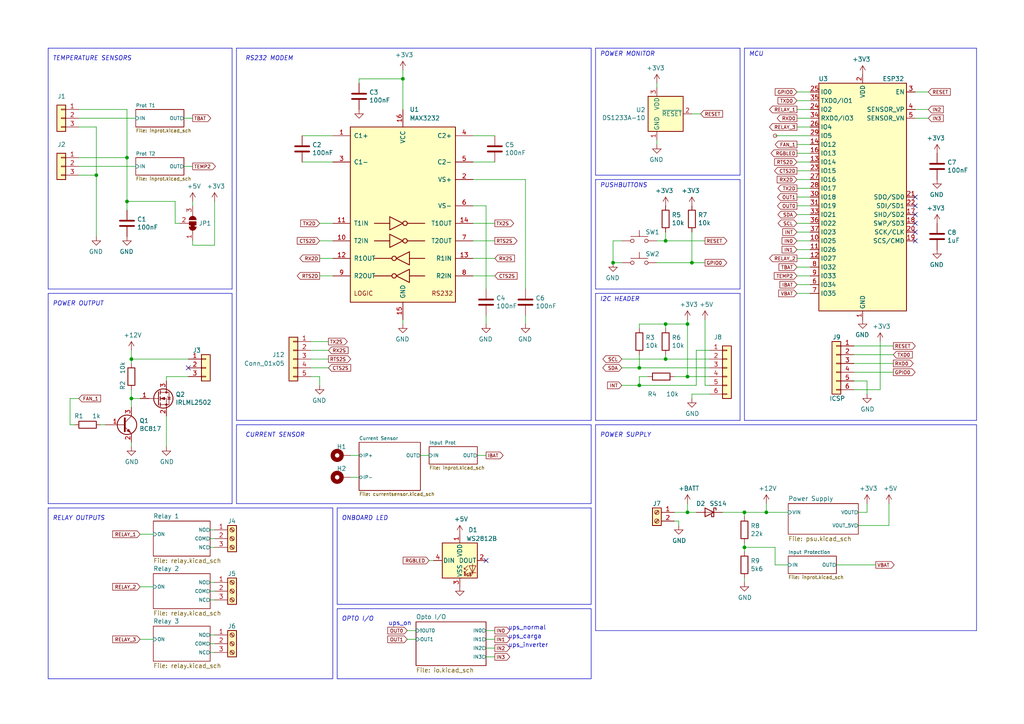
<source format=kicad_sch>
(kicad_sch (version 20230121) (generator eeschema)
  (paper "User" 297.002 210.007)
  (title_block (title "ESP-MAP (Standalone UPS Monitor)") (date "2024-01-07") (rev "rev01") (comment 1 "https://github.com/enriquewph/esp-map"))
  (junction (at 200.66 76.2))
  (junction (at 185.42 111.76))
  (junction (at 215.9 148.59))
  (junction (at 222.25 148.59))
  (junction (at 215.9 158.75))
  (junction (at 199.39 93.98))
  (junction (at 193.04 69.85))
  (junction (at 36.83 58.42))
  (junction (at 193.04 93.98))
  (junction (at 185.42 106.68))
  (junction (at 36.83 45.72))
  (junction (at 199.39 109.22))
  (junction (at 199.39 148.59))
  (junction (at 38.1 115.57))
  (junction (at 38.1 104.14))
  (junction (at 27.94 50.8))
  (junction (at 177.8 76.2))
  (junction (at 193.04 104.14))
  (junction (at 116.84 22.86))
  (no_connect (at 140.97 162.56))
  (no_connect (at 265.43 59.69))
  (no_connect (at 265.43 57.15))
  (no_connect (at 265.43 67.31))
  (no_connect (at 265.43 64.77))
  (no_connect (at 265.43 69.85))
  (no_connect (at 265.43 62.23))
  (no_connect (at 54.61 106.68))
  (wire (pts (xy 231.14 62.23) (xy 234.95 62.23)))
  (wire (pts (xy 48.26 129.54) (xy 48.26 120.65)))
  (wire (pts (xy 124.46 162.56) (xy 125.73 162.56)))
  (wire (pts (xy 38.1 129.54) (xy 38.1 128.27)))
  (wire (pts (xy 40.64 154.94) (xy 44.45 154.94)))
  (wire (pts (xy 204.47 92.71) (xy 204.47 111.76)))
  (wire (pts (xy 231.14 41.91) (xy 234.95 41.91)))
  (polyline (pts (xy 67.31 83.82) (xy 13.97 83.82)))
  (wire (pts (xy 50.8 64.77) (xy 50.8 58.42)))
  (wire (pts (xy 231.14 64.77) (xy 234.95 64.77)))
  (wire (pts (xy 265.43 31.75) (xy 269.24 31.75)))
  (wire (pts (xy 60.96 158.75) (xy 62.23 158.75)))
  (wire (pts (xy 224.79 39.37) (xy 234.95 39.37)))
  (wire (pts (xy 92.71 109.22) (xy 90.17 109.22)))
  (polyline (pts (xy 13.97 13.97) (xy 13.97 83.82)))
  (wire (pts (xy 190.5 24.13) (xy 190.5 25.4)))
  (wire (pts (xy 101.6 138.43) (xy 104.14 138.43)))
  (wire (pts (xy 185.42 93.98) (xy 193.04 93.98)))
  (wire (pts (xy 251.46 148.59) (xy 248.92 148.59)))
  (wire (pts (xy 209.55 148.59) (xy 215.9 148.59)))
  (wire (pts (xy 92.71 80.01) (xy 96.52 80.01)))
  (wire (pts (xy 187.96 109.22) (xy 185.42 109.22)))
  (wire (pts (xy 36.83 31.75) (xy 22.86 31.75)))
  (wire (pts (xy 247.65 102.87) (xy 259.08 102.87)))
  (wire (pts (xy 137.16 46.99) (xy 143.51 46.99)))
  (polyline (pts (xy 215.9 121.92) (xy 283.21 121.92)))
  (wire (pts (xy 116.84 20.32) (xy 116.84 22.86)))
  (polyline (pts (xy 171.45 13.97) (xy 171.45 121.92)))
  (wire (pts (xy 224.79 163.83) (xy 224.79 158.75)))
  (wire (pts (xy 231.14 80.01) (xy 234.95 80.01)))
  (wire (pts (xy 38.1 101.6) (xy 38.1 104.14)))
  (wire (pts (xy 27.94 50.8) (xy 22.86 50.8)))
  (polyline (pts (xy 13.97 146.05) (xy 67.31 146.05)))
  (wire (pts (xy 152.4 52.07) (xy 137.16 52.07)))
  (wire (pts (xy 177.8 69.85) (xy 180.34 69.85)))
  (wire (pts (xy 22.86 34.29) (xy 39.37 34.29)))
  (polyline (pts (xy 13.97 147.32) (xy 96.52 147.32)))
  (polyline (pts (xy 68.58 123.19) (xy 171.45 123.19)))
  (polyline (pts (xy 214.63 85.09) (xy 172.72 85.09)))
  (wire (pts (xy 204.47 76.2) (xy 200.66 76.2)))
  (polyline (pts (xy 97.79 196.85) (xy 97.79 176.53)))
  (wire (pts (xy 60.96 153.67) (xy 62.23 153.67)))
  (wire (pts (xy 180.34 104.14) (xy 193.04 104.14)))
  (polyline (pts (xy 171.45 123.19) (xy 171.45 146.05)))
  (wire (pts (xy 247.65 113.03) (xy 255.27 113.03)))
  (wire (pts (xy 152.4 83.82) (xy 152.4 52.07)))
  (polyline (pts (xy 214.63 13.97) (xy 214.63 50.8)))
  (wire (pts (xy 231.14 69.85) (xy 234.95 69.85)))
  (wire (pts (xy 140.97 83.82) (xy 140.97 59.69)))
  (wire (pts (xy 195.58 109.22) (xy 199.39 109.22)))
  (polyline (pts (xy 214.63 85.09) (xy 214.63 121.92)))
  (wire (pts (xy 87.63 46.99) (xy 96.52 46.99)))
  (wire (pts (xy 52.07 64.77) (xy 50.8 64.77)))
  (polyline (pts (xy 172.72 50.8) (xy 172.72 13.97)))
  (wire (pts (xy 215.9 148.59) (xy 222.25 148.59)))
  (wire (pts (xy 55.88 58.42) (xy 55.88 59.69)))
  (wire (pts (xy 36.83 31.75) (xy 36.83 45.72)))
  (wire (pts (xy 257.81 146.05) (xy 257.81 152.4)))
  (wire (pts (xy 62.23 71.12) (xy 55.88 71.12)))
  (polyline (pts (xy 171.45 146.05) (xy 68.58 146.05)))
  (wire (pts (xy 92.71 111.76) (xy 92.71 109.22)))
  (polyline (pts (xy 13.97 196.85) (xy 96.52 196.85)))
  (wire (pts (xy 231.14 72.39) (xy 234.95 72.39)))
  (wire (pts (xy 140.97 182.88) (xy 143.51 182.88)))
  (polyline (pts (xy 97.79 196.85) (xy 171.45 196.85)))
  (polyline (pts (xy 283.21 13.97) (xy 215.9 13.97)))
  (wire (pts (xy 251.46 110.49) (xy 251.46 114.3)))
  (polyline (pts (xy 13.97 13.97) (xy 67.31 13.97)))
  (polyline (pts (xy 171.45 121.92) (xy 68.58 121.92)))
  (wire (pts (xy 20.32 115.57) (xy 20.32 123.19)))
  (wire (pts (xy 215.9 157.48) (xy 215.9 158.75)))
  (wire (pts (xy 60.96 156.21) (xy 62.23 156.21)))
  (wire (pts (xy 231.14 67.31) (xy 234.95 67.31)))
  (wire (pts (xy 90.17 99.06) (xy 95.25 99.06)))
  (wire (pts (xy 199.39 93.98) (xy 199.39 92.71)))
  (wire (pts (xy 247.65 110.49) (xy 251.46 110.49)))
  (wire (pts (xy 215.9 168.91) (xy 215.9 167.64)))
  (wire (pts (xy 247.65 100.33) (xy 259.08 100.33)))
  (wire (pts (xy 185.42 111.76) (xy 201.93 111.76)))
  (wire (pts (xy 40.64 185.42) (xy 44.45 185.42)))
  (polyline (pts (xy 171.45 147.32) (xy 171.45 175.26)))
  (polyline (pts (xy 214.63 52.07) (xy 172.72 52.07)))
  (polyline (pts (xy 68.58 121.92) (xy 68.58 13.97)))
  (polyline (pts (xy 172.72 123.19) (xy 283.21 123.19)))
  (wire (pts (xy 201.93 101.6) (xy 205.74 101.6)))
  (wire (pts (xy 193.04 102.87) (xy 193.04 104.14)))
  (wire (pts (xy 116.84 22.86) (xy 116.84 31.75)))
  (wire (pts (xy 231.14 49.53) (xy 234.95 49.53)))
  (wire (pts (xy 224.79 158.75) (xy 215.9 158.75)))
  (polyline (pts (xy 67.31 146.05) (xy 67.31 85.09)))
  (wire (pts (xy 87.63 39.37) (xy 96.52 39.37)))
  (wire (pts (xy 60.96 184.15) (xy 62.23 184.15)))
  (wire (pts (xy 195.58 148.59) (xy 199.39 148.59)))
  (wire (pts (xy 36.83 45.72) (xy 36.83 58.42)))
  (wire (pts (xy 185.42 109.22) (xy 185.42 111.76)))
  (wire (pts (xy 36.83 58.42) (xy 50.8 58.42)))
  (polyline (pts (xy 97.79 147.32) (xy 171.45 147.32)))
  (polyline (pts (xy 97.79 175.26) (xy 97.79 147.32)))
  (wire (pts (xy 140.97 190.5) (xy 143.51 190.5)))
  (polyline (pts (xy 171.45 175.26) (xy 97.79 175.26)))
  (wire (pts (xy 231.14 44.45) (xy 234.95 44.45)))
  (wire (pts (xy 193.04 104.14) (xy 205.74 104.14)))
  (wire (pts (xy 193.04 93.98) (xy 199.39 93.98)))
  (polyline (pts (xy 68.58 146.05) (xy 68.58 123.19)))
  (wire (pts (xy 36.83 58.42) (xy 36.83 60.96)))
  (wire (pts (xy 254 163.83) (xy 242.57 163.83)))
  (wire (pts (xy 140.97 91.44) (xy 140.97 93.98)))
  (polyline (pts (xy 172.72 83.82) (xy 214.63 83.82)))
  (wire (pts (xy 269.24 26.67) (xy 265.43 26.67)))
  (wire (pts (xy 20.32 123.19) (xy 21.59 123.19)))
  (wire (pts (xy 38.1 105.41) (xy 38.1 104.14)))
  (wire (pts (xy 140.97 185.42) (xy 143.51 185.42)))
  (wire (pts (xy 60.96 186.69) (xy 62.23 186.69)))
  (wire (pts (xy 152.4 91.44) (xy 152.4 93.98)))
  (wire (pts (xy 118.11 185.42) (xy 120.65 185.42)))
  (wire (pts (xy 92.71 74.93) (xy 96.52 74.93)))
  (wire (pts (xy 60.96 171.45) (xy 62.23 171.45)))
  (wire (pts (xy 247.65 107.95) (xy 259.08 107.95)))
  (wire (pts (xy 231.14 31.75) (xy 234.95 31.75)))
  (wire (pts (xy 177.8 76.2) (xy 177.8 69.85)))
  (polyline (pts (xy 172.72 13.97) (xy 214.63 13.97)))
  (wire (pts (xy 101.6 132.08) (xy 104.14 132.08)))
  (wire (pts (xy 38.1 115.57) (xy 40.64 115.57)))
  (wire (pts (xy 255.27 113.03) (xy 255.27 99.06)))
  (wire (pts (xy 222.25 146.05) (xy 222.25 148.59)))
  (wire (pts (xy 137.16 39.37) (xy 143.51 39.37)))
  (wire (pts (xy 30.48 123.19) (xy 29.21 123.19)))
  (wire (pts (xy 60.96 173.99) (xy 62.23 173.99)))
  (wire (pts (xy 196.85 151.13) (xy 196.85 152.4)))
  (wire (pts (xy 185.42 106.68) (xy 205.74 106.68)))
  (polyline (pts (xy 97.79 176.53) (xy 171.45 176.53)))
  (polyline (pts (xy 172.72 182.88) (xy 283.21 182.88)))
  (wire (pts (xy 38.1 118.11) (xy 38.1 115.57)))
  (wire (pts (xy 138.43 132.08) (xy 140.97 132.08)))
  (polyline (pts (xy 96.52 147.32) (xy 96.52 196.85)))
  (polyline (pts (xy 283.21 123.19) (xy 283.21 182.88)))
  (polyline (pts (xy 67.31 85.09) (xy 13.97 85.09)))
  (wire (pts (xy 137.16 74.93) (xy 143.51 74.93)))
  (wire (pts (xy 231.14 29.21) (xy 234.95 29.21)))
  (wire (pts (xy 90.17 101.6) (xy 95.25 101.6)))
  (polyline (pts (xy 172.72 121.92) (xy 214.63 121.92)))
  (wire (pts (xy 203.2 33.02) (xy 200.66 33.02)))
  (wire (pts (xy 22.86 45.72) (xy 36.83 45.72)))
  (polyline (pts (xy 67.31 13.97) (xy 67.31 83.82)))
  (wire (pts (xy 38.1 113.03) (xy 38.1 115.57)))
  (polyline (pts (xy 13.97 85.09) (xy 13.97 146.05)))
  (wire (pts (xy 200.66 114.3) (xy 205.74 114.3)))
  (wire (pts (xy 199.39 146.05) (xy 199.39 148.59)))
  (wire (pts (xy 27.94 68.58) (xy 27.94 50.8)))
  (wire (pts (xy 231.14 85.09) (xy 234.95 85.09)))
  (wire (pts (xy 215.9 149.86) (xy 215.9 148.59)))
  (wire (pts (xy 48.26 109.22) (xy 54.61 109.22)))
  (wire (pts (xy 199.39 109.22) (xy 205.74 109.22)))
  (polyline (pts (xy 214.63 83.82) (xy 214.63 52.07)))
  (wire (pts (xy 231.14 52.07) (xy 234.95 52.07)))
  (wire (pts (xy 231.14 59.69) (xy 234.95 59.69)))
  (wire (pts (xy 38.1 104.14) (xy 54.61 104.14)))
  (wire (pts (xy 193.04 67.31) (xy 193.04 69.85)))
  (wire (pts (xy 60.96 168.91) (xy 62.23 168.91)))
  (wire (pts (xy 22.86 48.26) (xy 39.37 48.26)))
  (wire (pts (xy 124.46 132.08) (xy 121.92 132.08)))
  (wire (pts (xy 137.16 64.77) (xy 143.51 64.77)))
  (wire (pts (xy 60.96 189.23) (xy 62.23 189.23)))
  (wire (pts (xy 53.34 34.29) (xy 55.88 34.29)))
  (wire (pts (xy 257.81 152.4) (xy 248.92 152.4)))
  (wire (pts (xy 116.84 92.71) (xy 116.84 93.98)))
  (polyline (pts (xy 68.58 13.97) (xy 171.45 13.97)))
  (wire (pts (xy 62.23 58.42) (xy 62.23 71.12)))
  (wire (pts (xy 40.64 170.18) (xy 44.45 170.18)))
  (wire (pts (xy 204.47 111.76) (xy 205.74 111.76)))
  (wire (pts (xy 231.14 26.67) (xy 234.95 26.67)))
  (wire (pts (xy 190.5 76.2) (xy 200.66 76.2)))
  (wire (pts (xy 228.6 163.83) (xy 224.79 163.83)))
  (wire (pts (xy 199.39 93.98) (xy 199.39 109.22)))
  (wire (pts (xy 92.71 69.85) (xy 96.52 69.85)))
  (wire (pts (xy 231.14 77.47) (xy 234.95 77.47)))
  (wire (pts (xy 104.14 24.13) (xy 104.14 22.86)))
  (wire (pts (xy 193.04 95.25) (xy 193.04 93.98)))
  (wire (pts (xy 185.42 102.87) (xy 185.42 106.68)))
  (wire (pts (xy 215.9 158.75) (xy 215.9 160.02)))
  (wire (pts (xy 55.88 71.12) (xy 55.88 69.85)))
  (wire (pts (xy 180.34 111.76) (xy 185.42 111.76)))
  (wire (pts (xy 231.14 82.55) (xy 234.95 82.55)))
  (wire (pts (xy 199.39 148.59) (xy 201.93 148.59)))
  (wire (pts (xy 200.66 115.57) (xy 200.66 114.3)))
  (polyline (pts (xy 171.45 176.53) (xy 171.45 196.85)))
  (polyline (pts (xy 172.72 50.8) (xy 214.63 50.8)))
  (wire (pts (xy 53.34 48.26) (xy 55.88 48.26)))
  (wire (pts (xy 251.46 146.05) (xy 251.46 148.59)))
  (polyline (pts (xy 172.72 182.88) (xy 172.72 123.19)))
  (wire (pts (xy 247.65 105.41) (xy 259.08 105.41)))
  (wire (pts (xy 90.17 106.68) (xy 95.25 106.68)))
  (wire (pts (xy 265.43 34.29) (xy 269.24 34.29)))
  (wire (pts (xy 90.17 104.14) (xy 95.25 104.14)))
  (wire (pts (xy 177.8 76.2) (xy 180.34 76.2)))
  (wire (pts (xy 231.14 36.83) (xy 234.95 36.83)))
  (wire (pts (xy 48.26 109.22) (xy 48.26 110.49)))
  (wire (pts (xy 231.14 74.93) (xy 234.95 74.93)))
  (wire (pts (xy 27.94 36.83) (xy 27.94 50.8)))
  (polyline (pts (xy 172.72 52.07) (xy 172.72 83.82)))
  (wire (pts (xy 140.97 59.69) (xy 137.16 59.69)))
  (polyline (pts (xy 215.9 13.97) (xy 215.9 121.92)))
  (wire (pts (xy 204.47 69.85) (xy 193.04 69.85)))
  (polyline (pts (xy 172.72 121.92) (xy 172.72 85.09)))
  (wire (pts (xy 190.5 41.91) (xy 190.5 40.64)))
  (wire (pts (xy 137.16 80.01) (xy 143.51 80.01)))
  (wire (pts (xy 222.25 148.59) (xy 228.6 148.59)))
  (wire (pts (xy 104.14 22.86) (xy 116.84 22.86)))
  (wire (pts (xy 231.14 34.29) (xy 234.95 34.29)))
  (wire (pts (xy 180.34 106.68) (xy 185.42 106.68)))
  (wire (pts (xy 231.14 54.61) (xy 234.95 54.61)))
  (wire (pts (xy 140.97 187.96) (xy 143.51 187.96)))
  (wire (pts (xy 201.93 111.76) (xy 201.93 101.6)))
  (wire (pts (xy 137.16 69.85) (xy 143.51 69.85)))
  (polyline (pts (xy 283.21 121.92) (xy 283.21 13.97)))
  (wire (pts (xy 195.58 151.13) (xy 196.85 151.13)))
  (wire (pts (xy 22.86 36.83) (xy 27.94 36.83)))
  (wire (pts (xy 231.14 57.15) (xy 234.95 57.15)))
  (polyline (pts (xy 13.97 196.85) (xy 13.97 147.32)))
  (wire (pts (xy 92.71 64.77) (xy 96.52 64.77)))
  (wire (pts (xy 118.11 182.88) (xy 120.65 182.88)))
  (wire (pts (xy 185.42 95.25) (xy 185.42 93.98)))
  (wire (pts (xy 200.66 76.2) (xy 200.66 67.31)))
  (wire (pts (xy 193.04 69.85) (xy 190.5 69.85)))
  (wire (pts (xy 22.86 115.57) (xy 20.32 115.57)))
  (wire (pts (xy 231.14 46.99) (xy 234.95 46.99)))
  (text "POWER SUPPLY" (at 173.99 127 0) (effects (font (size 1.27 1.27) italic) (justify left bottom)))
  (text "I2C HEADER" (at 173.99 87.63 0) (effects (font (size 1.27 1.27) italic) (justify left bottom)))
  (text "ONBOARD LED" (at 99.06 151.13 0) (effects (font (size 1.27 1.27) italic) (justify left bottom)))
  (text "ups_normal" (at 147.32 182.88 0) (effects (font (size 1.27 1.27)) (justify left bottom)))
  (text "PUSHBUTTONS" (at 173.99 54.61 0) (effects (font (size 1.27 1.27) italic) (justify left bottom)))
  (text "POWER OUTPUT" (at 15.24 88.9 0) (effects (font (size 1.27 1.27) italic) (justify left bottom)))
  (text "ups_carga" (at 147.32 185.42 0) (effects (font (size 1.27 1.27)) (justify left bottom)))
  (text "ups_on" (at 119.38 181.61 0) (effects (font (size 1.27 1.27)) (justify right bottom)))
  (text "POWER MONITOR" (at 173.99 16.51 0) (effects (font (size 1.27 1.27) italic) (justify left bottom)))
  (text "RELAY OUTPUTS" (at 15.24 151.13 0) (effects (font (size 1.27 1.27) italic) (justify left bottom)))
  (text "MCU" (at 217.17 16.51 0) (effects (font (size 1.27 1.27) italic) (justify left bottom)))
  (text "RS232 MODEM\n" (at 71.12 17.78 0) (effects (font (size 1.27 1.27) italic) (justify left bottom)))
  (text "OPTO I/O" (at 99.06 180.34 0) (effects (font (size 1.27 1.27) italic) (justify left bottom)))
  (text "ups_inverter" (at 147.32 187.96 0) (effects (font (size 1.27 1.27)) (justify left bottom)))
  (text "CURRENT SENSOR" (at 71.12 127 0) (effects (font (size 1.27 1.27) italic) (justify left bottom)))
  (text "TEMPERATURE SENSORS" (at 15.24 17.78 0) (effects (font (size 1.27 1.27) italic) (justify left bottom)))
  (global_label "SCL" (shape bidirectional) (at 180.34 104.14 180) (effects (font (size 0.9906 0.9906))) (property "Intersheetrefs" "${INTERSHEET_REFS}" (effects hide)))
  (global_label "RTS2S" (shape output) (at 143.51 69.85 0) (effects (font (size 0.9906 0.9906))) (property "Intersheetrefs" "${INTERSHEET_REFS}" (effects hide)))
  (global_label "SDA" (shape bidirectional) (at 180.34 106.68 180) (effects (font (size 0.9906 0.9906))) (property "Intersheetrefs" "${INTERSHEET_REFS}" (effects hide)))
  (global_label "RELAY_1" (shape input) (at 40.64 154.94 180) (effects (font (size 0.9906 0.9906))) (property "Intersheetrefs" "${INTERSHEET_REFS}" (effects hide)))
  (global_label "FAN_1" (shape input) (at 22.86 115.57 0) (effects (font (size 0.9906 0.9906))) (property "Intersheetrefs" "${INTERSHEET_REFS}" (effects hide)))
  (global_label "IN3" (shape input) (at 269.24 34.29 0) (effects (font (size 0.9906 0.9906))) (property "Intersheetrefs" "${INTERSHEET_REFS}" (effects hide)))
  (global_label "IBAT" (shape input) (at 231.14 82.55 180) (effects (font (size 0.9906 0.9906))) (property "Intersheetrefs" "${INTERSHEET_REFS}" (effects hide)))
  (global_label "SDA" (shape bidirectional) (at 231.14 62.23 180) (effects (font (size 0.9906 0.9906))) (property "Intersheetrefs" "${INTERSHEET_REFS}" (effects hide)))
  (global_label "IN2" (shape output) (at 143.51 187.96 0) (effects (font (size 0.9906 0.9906))) (property "Intersheetrefs" "${INTERSHEET_REFS}" (effects hide)))
  (global_label "OUT0" (shape output) (at 231.14 59.69 180) (effects (font (size 0.9906 0.9906))) (property "Intersheetrefs" "${INTERSHEET_REFS}" (effects hide)))
  (global_label "RESET" (shape output) (at 204.47 69.85 0) (effects (font (size 0.9906 0.9906))) (property "Intersheetrefs" "${INTERSHEET_REFS}" (effects hide)))
  (global_label "RELAY_2" (shape input) (at 40.64 170.18 180) (effects (font (size 0.9906 0.9906))) (property "Intersheetrefs" "${INTERSHEET_REFS}" (effects hide)))
  (global_label "TXD0" (shape input) (at 259.08 102.87 0) (effects (font (size 0.9906 0.9906))) (property "Intersheetrefs" "${INTERSHEET_REFS}" (effects hide)))
  (global_label "TX2S" (shape output) (at 95.25 99.06 0) (effects (font (size 0.9906 0.9906))) (property "Intersheetrefs" "${INTERSHEET_REFS}" (effects hide)))
  (global_label "TEMP2" (shape output) (at 55.88 48.26 0) (effects (font (size 0.9906 0.9906))) (property "Intersheetrefs" "${INTERSHEET_REFS}" (effects hide)))
  (global_label "RX2S" (shape input) (at 95.25 101.6 0) (effects (font (size 0.9906 0.9906))) (property "Intersheetrefs" "${INTERSHEET_REFS}" (effects hide)))
  (global_label "CTS2D" (shape output) (at 231.14 49.53 180) (effects (font (size 0.9906 0.9906))) (property "Intersheetrefs" "${INTERSHEET_REFS}" (effects hide)))
  (global_label "OUT1" (shape output) (at 231.14 57.15 180) (effects (font (size 0.9906 0.9906))) (property "Intersheetrefs" "${INTERSHEET_REFS}" (effects hide)))
  (global_label "TXD0" (shape input) (at 231.14 29.21 180) (effects (font (size 0.9906 0.9906))) (property "Intersheetrefs" "${INTERSHEET_REFS}" (effects hide)))
  (global_label "GPIO0" (shape input) (at 231.14 26.67 180) (effects (font (size 0.9906 0.9906))) (property "Intersheetrefs" "${INTERSHEET_REFS}" (effects hide)))
  (global_label "IN0" (shape input) (at 231.14 69.85 180) (effects (font (size 0.9906 0.9906))) (property "Intersheetrefs" "${INTERSHEET_REFS}" (effects hide)))
  (global_label "CTS2S" (shape input) (at 95.25 106.68 0) (effects (font (size 0.9906 0.9906))) (property "Intersheetrefs" "${INTERSHEET_REFS}" (effects hide)))
  (global_label "GPIO0" (shape output) (at 204.47 76.2 0) (effects (font (size 0.9906 0.9906))) (property "Intersheetrefs" "${INTERSHEET_REFS}" (effects hide)))
  (global_label "TEMP2" (shape input) (at 231.14 80.01 180) (effects (font (size 0.9906 0.9906))) (property "Intersheetrefs" "${INTERSHEET_REFS}" (effects hide)))
  (global_label "RX2D" (shape input) (at 231.14 52.07 180) (effects (font (size 0.9906 0.9906))) (property "Intersheetrefs" "${INTERSHEET_REFS}" (effects hide)))
  (global_label "TBAT" (shape output) (at 55.88 34.29 0) (effects (font (size 0.9906 0.9906))) (property "Intersheetrefs" "${INTERSHEET_REFS}" (effects hide)))
  (global_label "RTS2D" (shape input) (at 231.14 46.99 180) (effects (font (size 0.9906 0.9906))) (property "Intersheetrefs" "${INTERSHEET_REFS}" (effects hide)))
  (global_label "RX2S" (shape input) (at 143.51 74.93 0) (effects (font (size 0.9906 0.9906))) (property "Intersheetrefs" "${INTERSHEET_REFS}" (effects hide)))
  (global_label "TX2D" (shape input) (at 92.71 64.77 180) (effects (font (size 0.9906 0.9906))) (property "Intersheetrefs" "${INTERSHEET_REFS}" (effects hide)))
  (global_label "OUT0" (shape input) (at 118.11 182.88 180) (effects (font (size 0.9906 0.9906))) (property "Intersheetrefs" "${INTERSHEET_REFS}" (effects hide)))
  (global_label "RGBLED" (shape output) (at 231.14 44.45 180) (effects (font (size 0.9906 0.9906))) (property "Intersheetrefs" "${INTERSHEET_REFS}" (effects hide)))
  (global_label "IN3" (shape output) (at 143.51 190.5 0) (effects (font (size 0.9906 0.9906))) (property "Intersheetrefs" "${INTERSHEET_REFS}" (effects hide)))
  (global_label "GPIO0" (shape output) (at 259.08 107.95 0) (effects (font (size 0.9906 0.9906))) (property "Intersheetrefs" "${INTERSHEET_REFS}" (effects hide)))
  (global_label "IN2" (shape input) (at 269.24 31.75 0) (effects (font (size 0.9906 0.9906))) (property "Intersheetrefs" "${INTERSHEET_REFS}" (effects hide)))
  (global_label "CTS2D" (shape input) (at 92.71 69.85 180) (effects (font (size 0.9906 0.9906))) (property "Intersheetrefs" "${INTERSHEET_REFS}" (effects hide)))
  (global_label "OUT1" (shape input) (at 118.11 185.42 180) (effects (font (size 0.9906 0.9906))) (property "Intersheetrefs" "${INTERSHEET_REFS}" (effects hide)))
  (global_label "RESET" (shape input) (at 269.24 26.67 0) (effects (font (size 0.9906 0.9906))) (property "Intersheetrefs" "${INTERSHEET_REFS}" (effects hide)))
  (global_label "IN0" (shape output) (at 143.51 182.88 0) (effects (font (size 0.9906 0.9906))) (property "Intersheetrefs" "${INTERSHEET_REFS}" (effects hide)))
  (global_label "TX2D" (shape output) (at 231.14 54.61 180) (effects (font (size 0.9906 0.9906))) (property "Intersheetrefs" "${INTERSHEET_REFS}" (effects hide)))
  (global_label "RXD0" (shape output) (at 231.14 34.29 180) (effects (font (size 0.9906 0.9906))) (property "Intersheetrefs" "${INTERSHEET_REFS}" (effects hide)))
  (global_label "RELAY_2" (shape output) (at 231.14 74.93 180) (effects (font (size 0.9906 0.9906))) (property "Intersheetrefs" "${INTERSHEET_REFS}" (effects hide)))
  (global_label "TX2S" (shape output) (at 143.51 64.77 0) (effects (font (size 0.9906 0.9906))) (property "Intersheetrefs" "${INTERSHEET_REFS}" (effects hide)))
  (global_label "RTS2D" (shape output) (at 92.71 80.01 180) (effects (font (size 0.9906 0.9906))) (property "Intersheetrefs" "${INTERSHEET_REFS}" (effects hide)))
  (global_label "RTS2S" (shape output) (at 95.25 104.14 0) (effects (font (size 0.9906 0.9906))) (property "Intersheetrefs" "${INTERSHEET_REFS}" (effects hide)))
  (global_label "RELAY_3" (shape input) (at 40.64 185.42 180) (effects (font (size 0.9906 0.9906))) (property "Intersheetrefs" "${INTERSHEET_REFS}" (effects hide)))
  (global_label "CTS2S" (shape input) (at 143.51 80.01 0) (effects (font (size 0.9906 0.9906))) (property "Intersheetrefs" "${INTERSHEET_REFS}" (effects hide)))
  (global_label "RELAY_3" (shape output) (at 231.14 36.83 180) (effects (font (size 0.9906 0.9906))) (property "Intersheetrefs" "${INTERSHEET_REFS}" (effects hide)))
  (global_label "RESET" (shape output) (at 259.08 100.33 0) (effects (font (size 0.9906 0.9906))) (property "Intersheetrefs" "${INTERSHEET_REFS}" (effects hide)))
  (global_label "IBAT" (shape output) (at 140.97 132.08 0) (effects (font (size 0.9906 0.9906))) (property "Intersheetrefs" "${INTERSHEET_REFS}" (effects hide)))
  (global_label "VBAT" (shape output) (at 254 163.83 0) (effects (font (size 0.9906 0.9906))) (property "Intersheetrefs" "${INTERSHEET_REFS}" (effects hide)))
  (global_label "VBAT" (shape input) (at 231.14 85.09 180) (effects (font (size 0.9906 0.9906))) (property "Intersheetrefs" "${INTERSHEET_REFS}" (effects hide)))
  (global_label "RXD0" (shape output) (at 259.08 105.41 0) (effects (font (size 0.9906 0.9906))) (property "Intersheetrefs" "${INTERSHEET_REFS}" (effects hide)))
  (global_label "RELAY_1" (shape output) (at 231.14 31.75 180) (effects (font (size 0.9906 0.9906))) (property "Intersheetrefs" "${INTERSHEET_REFS}" (effects hide)))
  (global_label "TBAT" (shape input) (at 231.14 77.47 180) (effects (font (size 0.9906 0.9906))) (property "Intersheetrefs" "${INTERSHEET_REFS}" (effects hide)))
  (global_label "IN1" (shape output) (at 143.51 185.42 0) (effects (font (size 0.9906 0.9906))) (property "Intersheetrefs" "${INTERSHEET_REFS}" (effects hide)))
  (global_label "INT" (shape input) (at 180.34 111.76 180) (effects (font (size 0.9906 0.9906))) (property "Intersheetrefs" "${INTERSHEET_REFS}" (effects hide)))
  (global_label "IN1" (shape input) (at 231.14 72.39 180) (effects (font (size 0.9906 0.9906))) (property "Intersheetrefs" "${INTERSHEET_REFS}" (effects hide)))
  (global_label "FAN_1" (shape output) (at 231.14 41.91 180) (effects (font (size 0.9906 0.9906))) (property "Intersheetrefs" "${INTERSHEET_REFS}" (effects hide)))
  (global_label "SCL" (shape bidirectional) (at 231.14 64.77 180) (effects (font (size 0.9906 0.9906))) (property "Intersheetrefs" "${INTERSHEET_REFS}" (effects hide)))
  (global_label "RGBLED" (shape input) (at 124.46 162.56 180) (effects (font (size 0.9906 0.9906))) (property "Intersheetrefs" "${INTERSHEET_REFS}" (effects hide)))
  (global_label "INT" (shape input) (at 231.14 67.31 180) (effects (font (size 0.9906 0.9906))) (property "Intersheetrefs" "${INTERSHEET_REFS}" (effects hide)))
  (global_label "RESET" (shape input) (at 203.2 33.02 0) (effects (font (size 0.9906 0.9906))) (property "Intersheetrefs" "${INTERSHEET_REFS}" (effects hide)))
  (global_label "RX2D" (shape output) (at 92.71 74.93 180) (effects (font (size 0.9906 0.9906))) (property "Intersheetrefs" "${INTERSHEET_REFS}" (effects hide)))
  (symbol (lib_id "power:GND") (at 250.19 92.71 0) (mirror y) (unit 1)
    (property "Reference" "#PWR028" (effects hide))
    (property "Value" "GND" (at 250.063 97.1042 0))
  )
  (symbol (lib_id "power:+3V3") (at 250.19 21.59 0) (mirror y) (unit 1)
    (property "Reference" "#PWR027" (effects hide))
    (property "Value" "+3V3" (at 249.809 17.1958 0))
  )
  (symbol (lib_id "Device:C") (at 271.78 48.26 0) (unit 1)
    (property "Reference" "C7" (at 274.701 47.0916 0) (effects (justify left)))
    (property "Value" "100nF" (at 274.701 49.403 0) (effects (justify left)))
    (property "Footprint" "Capacitor_SMD:C_1206_3216Metric_Pad1.33x1.80mm_HandSolder" (effects hide))
    (property "Datasheet" "https://www.yageo.com/upload/media/product/productsearch/datasheet/mlcc/UPY-GPHC_X7R_6.3V-to-50V_18.pdf" (effects hide))
    (property "Voltage" "50V" (effects hide))
    (property "manf#" "CC1206KRX7R9BB104" (effects hide))
  )
  (symbol (lib_id "power:GND") (at 271.78 52.07 0) (mirror y) (unit 1)
    (property "Reference" "#PWR034" (effects hide))
    (property "Value" "GND" (at 271.653 56.4642 0))
  )
  (symbol (lib_id "Diode:B140-E3") (at 205.74 148.59 0) (mirror y) (unit 1)
    (property "Reference" "D2" (at 203.2 146.05 0))
    (property "Value" "SS14" (at 208.28 146.05 0))
    (property "Footprint" "Diode_SMD:D_SMA_Handsoldering" (effects hide))
    (property "Datasheet" "https://www.onsemi.com/pdf/datasheet/ss19-d.pdf" (effects hide))
    (property "manf#" "SS14" (effects hide))
  )
  (symbol (lib_id "power:GND") (at 177.8 76.2 0) (mirror y) (unit 1)
    (property "Reference" "#PWR015" (effects hide))
    (property "Value" "GND" (at 177.673 80.5942 0))
  )
  (symbol (lib_id "Switch:SW_Push") (at 185.42 76.2 0) (unit 1)
    (property "Reference" "SW2" (at 189.23 73.66 0))
    (property "Value" "SW_Push" (effects hide))
    (property "Footprint" "Button_Switch_THT:SW_PUSH_6mm" (effects hide))
    (property "Datasheet" "https://www.te.com/commerce/DocumentDelivery/DDEController?Action=srchrtrv&DocNm=1825910&DocType=Customer+Drawing&DocLang=English" (effects hide))
    (property "manf#" "1-1825910-0" (effects hide))
  )
  (symbol (lib_id "Switch:SW_Push") (at 185.42 69.85 0) (unit 1)
    (property "Reference" "SW1" (at 189.23 67.31 0))
    (property "Value" "SW_Push" (effects hide))
    (property "Footprint" "Button_Switch_THT:SW_PUSH_6mm" (effects hide))
    (property "Datasheet" "https://www.te.com/commerce/DocumentDelivery/DDEController?Action=srchrtrv&DocNm=1825910&DocType=Customer+Drawing&DocLang=English" (effects hide))
    (property "manf#" "1-1825910-0" (effects hide))
  )
  (symbol (lib_id "Device:R") (at 193.04 63.5 0) (unit 1)
    (property "Reference" "R5" (at 194.818 62.3316 0) (effects (justify left)))
    (property "Value" "10k" (at 194.818 64.643 0) (effects (justify left)))
    (property "Footprint" "Resistor_SMD:R_1206_3216Metric" (effects hide))
    (property "Datasheet" "https://www.yageo.com/upload/media/product/productsearch/datasheet/rchip/PYu-RC_Group_51_RoHS_L_11.pdf" (effects hide))
    (property "manf#" "RC1206FR-0710KL" (effects hide))
  )
  (symbol (lib_id "Device:R") (at 200.66 63.5 0) (unit 1)
    (property "Reference" "R7" (at 202.438 62.3316 0) (effects (justify left)))
    (property "Value" "10k" (at 202.438 64.643 0) (effects (justify left)))
    (property "Footprint" "Resistor_SMD:R_1206_3216Metric" (effects hide))
    (property "Datasheet" "https://www.yageo.com/upload/media/product/productsearch/datasheet/rchip/PYu-RC_Group_51_RoHS_L_11.pdf" (effects hide))
    (property "manf#" "RC1206FR-0710KL" (effects hide))
  )
  (symbol (lib_id "power:+3V3") (at 193.04 59.69 0) (mirror y) (unit 1)
    (property "Reference" "#PWR018" (effects hide))
    (property "Value" "+3V3" (at 192.659 55.2958 0))
  )
  (symbol (lib_id "power:+3V3") (at 200.66 59.69 0) (mirror y) (unit 1)
    (property "Reference" "#PWR022" (effects hide))
    (property "Value" "+3V3" (at 200.279 55.2958 0))
  )
  (symbol (lib_id "Device:R") (at 215.9 153.67 0) (unit 1)
    (property "Reference" "R8" (at 217.678 152.5016 0) (effects (justify left)))
    (property "Value" "22k" (at 217.678 154.813 0) (effects (justify left)))
    (property "Footprint" "Resistor_SMD:R_1206_3216Metric" (effects hide))
    (property "Datasheet" "https://www.yageo.com/upload/media/product/productsearch/datasheet/rchip/PYu-RC_Group_51_RoHS_L_11.pdf" (effects hide))
    (property "manf#" "RC1206FR-0722KL" (effects hide))
  )
  (symbol (lib_id "Device:R") (at 215.9 163.83 0) (unit 1)
    (property "Reference" "R9" (at 217.678 162.6616 0) (effects (justify left)))
    (property "Value" "5k6" (at 217.678 164.973 0) (effects (justify left)))
    (property "Footprint" "Resistor_SMD:R_1206_3216Metric" (effects hide))
    (property "Datasheet" "https://www.yageo.com/upload/media/product/productsearch/datasheet/rchip/PYu-RC_Group_51_RoHS_L_11.pdf" (effects hide))
    (property "manf#" "RC1206FR-075K6L" (effects hide))
  )
  (symbol (lib_id "power:GND") (at 215.9 168.91 0) (unit 1)
    (property "Reference" "#PWR025" (effects hide))
    (property "Value" "GND" (at 216.027 173.3042 0))
  )
  (symbol (lib_id "power:+3V3") (at 251.46 146.05 0) (unit 1)
    (property "Reference" "#PWR030" (effects hide))
    (property "Value" "+3V3" (at 251.841 141.6558 0))
  )
  (symbol (lib_id "Connector:Screw_Terminal_01x02") (at 190.5 148.59 0) (mirror y) (unit 1)
    (property "Reference" "J7" (at 190.5 146.05 0))
    (property "Value" "Screw_Terminal_01x02" (effects hide))
    (property "Footprint" "esp-map-footprints:TerminalBlock_bornier-2_P5.08mm" (effects hide))
    (property "Datasheet" "https://www.te.com/commerce/DocumentDelivery/DDEController?Action=srchrtrv&DocNm=796636&DocType=Customer+Drawing&DocLang=English" (effects hide))
    (property "manf#" "796636-2" (effects hide))
  )
  (symbol (lib_id "power:GND") (at 196.85 152.4 0) (unit 1)
    (property "Reference" "#PWR019" (effects hide))
    (property "Value" "GND" (at 196.977 156.7942 0))
  )
  (symbol (lib_id "power:+12V") (at 222.25 146.05 0) (unit 1)
    (property "Reference" "#PWR026" (effects hide))
    (property "Value" "+12V" (at 222.631 141.6558 0))
  )
  (symbol (lib_id "power:+3V3") (at 271.78 44.45 0) (mirror y) (unit 1)
    (property "Reference" "#PWR033" (effects hide))
    (property "Value" "+3V3" (at 271.399 40.0558 0))
  )
  (symbol (lib_id "Device:C") (at 271.78 68.58 0) (unit 1)
    (property "Reference" "C8" (at 274.701 67.4116 0) (effects (justify left)))
    (property "Value" "1uF" (at 274.701 69.723 0) (effects (justify left)))
    (property "Footprint" "Capacitor_SMD:C_1206_3216Metric_Pad1.33x1.80mm_HandSolder" (effects hide))
    (property "Datasheet" "https://www.samsungsem.com/resources/file/global/support/product_catalog/MLCC.pdf" (effects hide))
    (property "Voltage" "50V" (effects hide))
    (property "manf#" "CL31F105ZBFNNNE" (effects hide))
  )
  (symbol (lib_id "power:GND") (at 271.78 72.39 0) (mirror y) (unit 1)
    (property "Reference" "#PWR036" (effects hide))
    (property "Value" "GND" (at 271.653 76.7842 0))
  )
  (symbol (lib_id "power:+3V3") (at 271.78 64.77 0) (mirror y) (unit 1)
    (property "Reference" "#PWR035" (effects hide))
    (property "Value" "+3V3" (at 271.399 60.3758 0))
  )
  (symbol (lib_id "power:+5V") (at 257.81 146.05 0) (unit 1)
    (property "Reference" "#PWR032" (effects hide))
    (property "Value" "+5V" (at 258.191 141.6558 0))
  )
  (symbol (lib_id "esp-map-devices:DS1233") (at 190.5 33.02 0) (unit 1)
    (property "Reference" "U2" (at 187.198 31.8516 0) (effects (justify right)))
    (property "Value" "DS1233A-10" (at 187.198 34.163 0) (effects (justify right)))
    (property "Footprint" "Package_TO_SOT_THT:TO-92" (effects hide))
    (property "Datasheet" "https://datasheets.maximintegrated.com/en/ds/DS1233A.pdf" (effects hide))
    (property "manf#" "DS1233A-10" (effects hide))
  )
  (symbol (lib_id "power:+3V3") (at 190.5 24.13 0) (mirror y) (unit 1)
    (property "Reference" "#PWR016" (effects hide))
    (property "Value" "+3V3" (at 190.119 19.7358 0))
  )
  (symbol (lib_id "power:GND") (at 190.5 41.91 0) (mirror y) (unit 1)
    (property "Reference" "#PWR017" (effects hide))
    (property "Value" "GND" (at 190.373 46.3042 0))
  )
  (symbol (lib_id "power:+BATT") (at 199.39 146.05 0) (unit 1)
    (property "Reference" "#PWR021" (effects hide))
    (property "Value" "+BATT" (at 199.771 141.6558 0))
  )
  (symbol (lib_id "Connector_Generic:Conn_01x03") (at 59.69 106.68 0) (unit 1)
    (property "Reference" "J3" (at 55.88 101.6 0) (effects (justify left)))
    (property "Value" "Conn_01x03" (effects hide))
    (property "Footprint" "Connector_Molex:Molex_KK-254_AE-6410-03A_1x03_P2.54mm_Vertical" (effects hide))
    (property "Datasheet" "https://app.adam-tech.com/products/download/data_sheet/196588/lha-xx-ts-data-sheet.pdf" (effects hide))
    (property "manf#" "LHA-03-TS" (effects hide))
  )
  (symbol (lib_id "power:+12V") (at 38.1 101.6 0) (unit 1)
    (property "Reference" "#PWR03" (effects hide))
    (property "Value" "+12V" (at 38.481 97.2058 0))
  )
  (symbol (lib_id "RF_Module:ESP32-WROOM-32") (at 250.19 57.15 0) (mirror y) (unit 1)
    (property "Reference" "U3" (at 238.76 22.86 0))
    (property "Value" "ESP32" (at 259.08 22.86 0))
    (property "Footprint" "esp-map-footprints:ESP32-WROOM-32" (effects hide))
    (property "Datasheet" "https://www.espressif.com/sites/default/files/documentation/esp32-wroom-32e_esp32-wroom-32ue_datasheet_en.pdf" (effects hide))
    (property "manf#" "ESP32-WROOM-32E" (effects hide))
  )
  (symbol (lib_id "Connector:Screw_Terminal_01x03") (at 67.31 156.21 0) (unit 1)
    (property "Reference" "J4" (at 66.04 151.13 0) (effects (justify left)))
    (property "Value" "Screw_Terminal_01x03" (effects hide))
    (property "Footprint" "esp-map-footprints:TerminalBlock_bornier-3_P5.08mm" (effects hide))
    (property "Datasheet" "https://www.te.com/commerce/DocumentDelivery/DDEController?Action=srchrtrv&DocNm=796636&DocType=Customer+Drawing&DocLang=English" (effects hide))
    (property "manf#" "796636-3" (effects hide))
  )
  (symbol (lib_id "Connector:Screw_Terminal_01x03") (at 67.31 171.45 0) (unit 1)
    (property "Reference" "J5" (at 66.04 166.37 0) (effects (justify left)))
    (property "Value" "Screw_Terminal_01x03" (effects hide))
    (property "Footprint" "esp-map-footprints:TerminalBlock_bornier-3_P5.08mm" (effects hide))
    (property "Datasheet" "https://www.te.com/commerce/DocumentDelivery/DDEController?Action=srchrtrv&DocNm=796636&DocType=Customer+Drawing&DocLang=English" (effects hide))
    (property "manf#" "796636-3" (effects hide))
  )
  (symbol (lib_id "Connector:Screw_Terminal_01x03") (at 67.31 186.69 0) (unit 1)
    (property "Reference" "J6" (at 66.04 181.61 0) (effects (justify left)))
    (property "Value" "Screw_Terminal_01x03" (effects hide))
    (property "Footprint" "esp-map-footprints:TerminalBlock_bornier-3_P5.08mm" (effects hide))
    (property "Datasheet" "https://www.te.com/commerce/DocumentDelivery/DDEController?Action=srchrtrv&DocNm=796636&DocType=Customer+Drawing&DocLang=English" (effects hide))
    (property "manf#" "796636-3" (effects hide))
  )
  (symbol (lib_id "Mechanical:MountingHole_Pad") (at 99.06 132.08 90) (unit 1)
    (property "Reference" "H1" (at 99.06 129.54 90))
    (property "Value" "MountingHole_Pad" (effects hide))
    (property "Footprint" "MountingHole:MountingHole_4mm_Pad_Via" (effects hide))
  )
  (symbol (lib_id "Mechanical:MountingHole_Pad") (at 99.06 138.43 90) (unit 1)
    (property "Reference" "H2" (at 99.06 135.89 90))
    (property "Value" "MountingHole_Pad" (effects hide))
    (property "Footprint" "MountingHole:MountingHole_4mm_Pad_Via" (effects hide))
  )
  (symbol (lib_id "power:GND") (at 133.35 170.18 0) (unit 1)
    (property "Reference" "#PWR012" (effects hide))
    (property "Value" "GND" (effects hide))
  )
  (symbol (lib_id "power:GND") (at 116.84 93.98 0) (mirror y) (unit 1)
    (property "Reference" "#PWR010" (effects hide))
    (property "Value" "GND" (at 116.713 98.3742 0))
  )
  (symbol (lib_id "power:GND") (at 38.1 129.54 0) (unit 1)
    (property "Reference" "#PWR04" (effects hide))
    (property "Value" "GND" (at 38.227 133.9342 0))
  )
  (symbol (lib_id "Connector_Generic:Conn_01x06") (at 210.82 106.68 0) (unit 1)
    (property "Reference" "J8" (at 207.01 97.79 0) (effects (justify left)))
    (property "Value" "Conn_01x06" (effects hide))
    (property "Footprint" "Connector_Molex:Molex_KK-254_AE-6410-06A_1x06_P2.54mm_Vertical" (effects hide))
    (property "Fitted" "Yes" (effects hide))
  )
  (symbol (lib_id "power:GND") (at 251.46 114.3 0) (unit 1)
    (property "Reference" "#PWR029" (effects hide))
    (property "Value" "GND" (at 251.587 118.6942 0))
  )
  (symbol (lib_id "Jumper:SolderJumper_3_Bridged12") (at 55.88 64.77 270) (mirror x) (unit 1)
    (property "Reference" "JP1" (at 57.6072 64.77 90) (effects (justify left)))
    (property "Value" "SolderJumper_3_Bridged12" (effects hide))
    (property "Footprint" "Jumper:SolderJumper-3_P1.3mm_Open_RoundedPad1.0x1.5mm_NumberLabels" (effects hide))
  )
  (symbol (lib_id "power:GND") (at 27.94 68.58 0) (mirror y) (unit 1)
    (property "Reference" "#PWR01" (effects hide))
    (property "Value" "GND" (at 27.813 72.9742 0))
  )
  (symbol (lib_id "Device:C") (at 140.97 87.63 0) (unit 1)
    (property "Reference" "C4" (at 143.891 86.4616 0) (effects (justify left)))
    (property "Value" "100nF" (at 143.891 88.773 0) (effects (justify left)))
    (property "Footprint" "Capacitor_SMD:C_0603_1608Metric_Pad1.08x0.95mm_HandSolder" (effects hide))
    (property "Datasheet" "https://www.y-ic.com/datasheet/82/DFB2426.pdf" (effects hide))
    (property "Voltage" "50V" (effects hide))
    (property "manf#" "CC0603KRX7R9BB104" (effects hide))
  )
  (symbol (lib_id "Device:R") (at 193.04 99.06 0) (unit 1)
    (property "Reference" "R6" (at 194.818 97.8916 0) (effects (justify left)))
    (property "Value" "10k" (at 194.818 100.203 0) (effects (justify left)))
    (property "Footprint" "Resistor_SMD:R_1206_3216Metric" (effects hide))
    (property "Datasheet" "https://www.yageo.com/upload/media/product/productsearch/datasheet/rchip/PYu-RC_Group_51_RoHS_L_11.pdf" (effects hide))
    (property "manf#" "RC1206FR-0710KL" (effects hide))
    (property "Fitted" "Yes" (effects hide))
  )
  (symbol (lib_id "Connector_Generic:Conn_01x05") (at 85.09 104.14 0) (mirror y) (unit 1)
    (property "Reference" "J12" (at 82.55 102.87 0) (effects (justify left)))
    (property "Value" "Conn_01x05" (at 82.55 105.41 0) (effects (justify left)))
    (property "Footprint" "Connector_PinSocket_2.54mm:PinSocket_1x05_P2.54mm_Vertical" (effects hide))
  )
  (symbol (lib_id "Device:R") (at 25.4 123.19 270) (unit 1)
    (property "Reference" "R1" (at 22.86 120.65 90))
    (property "Value" "1k" (at 27.94 120.65 90))
    (property "Footprint" "Resistor_SMD:R_1206_3216Metric" (effects hide))
    (property "Datasheet" "https://www.yageo.com/upload/media/product/productsearch/datasheet/rchip/PYu-RC_Group_51_RoHS_L_11.pdf" (effects hide))
    (property "manf#" "RC1206FR-071KL" (effects hide))
  )
  (symbol (lib_id "Device:R") (at 191.77 109.22 90) (unit 1)
    (property "Reference" "R4" (at 190.5 114.3 90) (effects (justify left)))
    (property "Value" "10k" (at 196.85 114.3 90) (effects (justify left)))
    (property "Footprint" "Resistor_SMD:R_1206_3216Metric" (effects hide))
    (property "Datasheet" "https://www.yageo.com/upload/media/product/productsearch/datasheet/rchip/PYu-RC_Group_51_RoHS_L_11.pdf" (effects hide))
    (property "manf#" "RC1206FR-0710KL" (effects hide))
    (property "Fitted" "Yes" (effects hide))
  )
  (symbol (lib_id "power:GND") (at 152.4 93.98 0) (mirror y) (unit 1)
    (property "Reference" "#PWR014" (effects hide))
    (property "Value" "GND" (at 152.273 98.3742 0))
  )
  (symbol (lib_id "Connector_Generic:Conn_01x06") (at 242.57 105.41 0) (mirror y) (unit 1)
    (property "Reference" "J9" (at 243.84 97.79 0) (effects (justify left)))
    (property "Value" "ICSP" (at 245.11 115.57 0) (effects (justify left)))
    (property "Footprint" "Connector_PinSocket_2.54mm:PinSocket_1x06_P2.54mm_Vertical" (effects hide))
  )
  (symbol (lib_id "Device:C") (at 87.63 43.18 0) (unit 1)
    (property "Reference" "C2" (at 90.551 42.0116 0) (effects (justify left)))
    (property "Value" "100nF" (at 90.551 44.323 0) (effects (justify left)))
    (property "Footprint" "Capacitor_SMD:C_0603_1608Metric_Pad1.08x0.95mm_HandSolder" (effects hide))
    (property "Datasheet" "https://www.y-ic.com/datasheet/82/DFB2426.pdf" (effects hide))
    (property "Voltage" "50V" (effects hide))
    (property "manf#" "CC0603KRX7R9BB104" (effects hide))
  )
  (symbol (lib_id "Device:C") (at 104.14 27.94 0) (unit 1)
    (property "Reference" "C3" (at 107.061 26.7716 0) (effects (justify left)))
    (property "Value" "100nF" (at 107.061 29.083 0) (effects (justify left)))
    (property "Footprint" "Capacitor_SMD:C_0603_1608Metric_Pad1.08x0.95mm_HandSolder" (effects hide))
    (property "Datasheet" "https://www.y-ic.com/datasheet/82/DFB2426.pdf" (effects hide))
    (property "Voltage" "50V" (effects hide))
    (property "manf#" "CC0603KRX7R9BB104" (effects hide))
  )
  (symbol (lib_id "power:GND") (at 104.14 31.75 0) (mirror y) (unit 1)
    (property "Reference" "#PWR08" (effects hide))
    (property "Value" "GND" (effects hide))
  )
  (symbol (lib_id "power:GND") (at 200.66 115.57 0) (unit 1)
    (property "Reference" "#PWR023" (effects hide))
    (property "Value" "GND" (at 200.787 119.9642 0))
  )
  (symbol (lib_id "power:GND") (at 92.71 111.76 0) (mirror y) (unit 1)
    (property "Reference" "#PWR080" (effects hide))
    (property "Value" "GND" (at 92.583 116.1542 0))
  )
  (symbol (lib_id "Interface_UART:MAX3232") (at 116.84 62.23 0) (unit 1)
    (property "Reference" "U1" (at 118.7959 31.75 0) (effects (justify left)))
    (property "Value" "MAX3232" (at 118.7959 34.29 0) (effects (justify left)))
    (property "Footprint" "Package_SO:SOIC-16_3.9x9.9mm_P1.27mm" (effects hide))
    (property "Datasheet" "https://datasheets.maximintegrated.com/en/ds/MAX3222-MAX3241.pdf" (effects hide))
  )
  (symbol (lib_id "Device:C") (at 36.83 64.77 0) (unit 1)
    (property "Reference" "C1" (at 39.751 63.6016 0) (effects (justify left)))
    (property "Value" "100nF" (at 39.751 65.913 0) (effects (justify left)))
    (property "Footprint" "Capacitor_SMD:C_1206_3216Metric_Pad1.33x1.80mm_HandSolder" (effects hide))
    (property "Datasheet" "https://www.yageo.com/upload/media/product/productsearch/datasheet/mlcc/UPY-GPHC_X7R_6.3V-to-50V_18.pdf" (effects hide))
    (property "Voltage" "50V" (effects hide))
    (property "manf#" "CC1206KRX7R9BB104" (effects hide))
  )
  (symbol (lib_id "Transistor_FET:IRLML0030") (at 45.72 115.57 0) (unit 1)
    (property "Reference" "Q2" (at 50.9016 114.4016 0) (effects (justify left)))
    (property "Value" "IRLML2502" (at 50.9016 116.713 0) (effects (justify left)))
    (property "Footprint" "Package_TO_SOT_SMD:SOT-23" (effects hide))
    (property "Datasheet" "https://www.infineon.com/dgdl/irlml2502pbf.pdf?fileId=5546d462533600a401535668048e2606" (effects hide))
    (property "manf#" "IRLML2502TRPBF" (effects hide))
  )
  (symbol (lib_id "Device:C") (at 143.51 43.18 0) (unit 1)
    (property "Reference" "C5" (at 146.431 42.0116 0) (effects (justify left)))
    (property "Value" "100nF" (at 146.431 44.323 0) (effects (justify left)))
    (property "Footprint" "Capacitor_SMD:C_0603_1608Metric_Pad1.08x0.95mm_HandSolder" (effects hide))
    (property "Datasheet" "https://www.y-ic.com/datasheet/82/DFB2426.pdf" (effects hide))
    (property "Voltage" "50V" (effects hide))
    (property "manf#" "CC0603KRX7R9BB104" (effects hide))
  )
  (symbol (lib_id "Connector:TestPoint_Small") (at 224.79 39.37 0) (unit 1)
    (property "Reference" "TP1" (effects hide))
    (property "Value" "TestPoint_Small" (effects hide))
    (property "Footprint" "TestPoint:TestPoint_Pad_D1.0mm" (effects hide))
  )
  (symbol (lib_id "Connector_Generic:Conn_01x03") (at 17.78 48.26 0) (mirror y) (unit 1)
    (property "Reference" "J2" (at 19.05 41.91 0) (effects (justify left)))
    (property "Value" "Conn_01x03" (effects hide))
    (property "Footprint" "Connector_Molex:Molex_KK-254_AE-6410-03A_1x03_P2.54mm_Vertical" (effects hide))
    (property "Datasheet" "https://app.adam-tech.com/products/download/data_sheet/196588/lha-xx-ts-data-sheet.pdf" (effects hide))
    (property "manf#" "LHA-03-TS" (effects hide))
  )
  (symbol (lib_id "power:+3V3") (at 116.84 20.32 0) (unit 1)
    (property "Reference" "#PWR09" (effects hide))
    (property "Value" "+3V3" (at 117.221 15.9258 0))
  )
  (symbol (lib_id "power:+5V") (at 55.88 58.42 0) (unit 1)
    (property "Reference" "#PWR06" (effects hide))
    (property "Value" "+5V" (at 56.261 54.0258 0))
  )
  (symbol (lib_id "power:+5V") (at 204.47 92.71 0) (unit 1)
    (property "Reference" "#PWR024" (effects hide))
    (property "Value" "+5V" (at 204.851 88.3158 0))
  )
  (symbol (lib_id "Device:C") (at 152.4 87.63 0) (unit 1)
    (property "Reference" "C6" (at 155.321 86.4616 0) (effects (justify left)))
    (property "Value" "100nF" (at 155.321 88.773 0) (effects (justify left)))
    (property "Footprint" "Capacitor_SMD:C_0603_1608Metric_Pad1.08x0.95mm_HandSolder" (effects hide))
    (property "Datasheet" "https://www.y-ic.com/datasheet/82/DFB2426.pdf" (effects hide))
    (property "Voltage" "50V" (effects hide))
    (property "manf#" "CC0603KRX7R9BB104" (effects hide))
  )
  (symbol (lib_id "power:+5V") (at 133.35 154.94 0) (unit 1)
    (property "Reference" "#PWR011" (effects hide))
    (property "Value" "+5V" (at 133.731 150.5458 0))
  )
  (symbol (lib_id "Device:R") (at 185.42 99.06 0) (unit 1)
    (property "Reference" "R3" (at 187.198 97.8916 0) (effects (justify left)))
    (property "Value" "10k" (at 187.198 100.203 0) (effects (justify left)))
    (property "Footprint" "Resistor_SMD:R_1206_3216Metric" (effects hide))
    (property "Datasheet" "https://www.yageo.com/upload/media/product/productsearch/datasheet/rchip/PYu-RC_Group_51_RoHS_L_11.pdf" (effects hide))
    (property "manf#" "RC1206FR-0710KL" (effects hide))
    (property "Fitted" "Yes" (effects hide))
  )
  (symbol (lib_id "power:GND") (at 36.83 68.58 0) (mirror y) (unit 1)
    (property "Reference" "#PWR02" (effects hide))
    (property "Value" "GND" (at 36.703 72.9742 0))
  )
  (symbol (lib_id "LED:WS2812B") (at 133.35 162.56 0) (unit 1)
    (property "Reference" "D1" (at 137.16 153.67 0))
    (property "Value" "WS2812B" (at 139.7 156.21 0))
    (property "Footprint" "LED_SMD:LED_WS2812B_PLCC4_5.0x5.0mm_P3.2mm" (effects hide))
    (property "Datasheet" "https://cdn-shop.adafruit.com/datasheets/WS2812B.pdf" (effects hide))
  )
  (symbol (lib_id "power:GND") (at 48.26 129.54 0) (unit 1)
    (property "Reference" "#PWR05" (effects hide))
    (property "Value" "GND" (at 48.387 133.9342 0))
  )
  (symbol (lib_id "Transistor_BJT:BC817") (at 35.56 123.19 0) (unit 1)
    (property "Reference" "Q1" (at 40.4114 122.0216 0) (effects (justify left)))
    (property "Value" "BC817" (at 40.4114 124.333 0) (effects (justify left)))
    (property "Footprint" "Package_TO_SOT_SMD:SOT-23" (effects hide))
    (property "Datasheet" "https://www.onsemi.com/pub/Collateral/BC817-16LT1-D.PDF" (effects hide))
    (property "manf#" "SBC817-40LT1G" (effects hide))
  )
  (symbol (lib_id "Device:R") (at 38.1 109.22 0) (unit 1)
    (property "Reference" "R2" (at 35.56 111.76 90))
    (property "Value" "10k" (at 35.56 106.68 90))
    (property "Footprint" "Resistor_SMD:R_1206_3216Metric" (effects hide))
    (property "Datasheet" "https://www.yageo.com/upload/media/product/productsearch/datasheet/rchip/PYu-RC_Group_51_RoHS_L_11.pdf" (effects hide))
    (property "manf#" "RC1206FR-0710KL" (effects hide))
  )
  (symbol (lib_id "power:GND") (at 140.97 93.98 0) (mirror y) (unit 1)
    (property "Reference" "#PWR013" (effects hide))
    (property "Value" "GND" (at 140.843 98.3742 0))
  )
  (symbol (lib_id "power:+3V3") (at 62.23 58.42 0) (unit 1)
    (property "Reference" "#PWR07" (effects hide))
    (property "Value" "+3V3" (at 62.611 54.0258 0))
  )
  (symbol (lib_id "Connector_Generic:Conn_01x03") (at 17.78 34.29 0) (mirror y) (unit 1)
    (property "Reference" "J1" (at 19.05 27.94 0) (effects (justify left)))
    (property "Value" "Conn_01x03" (effects hide))
    (property "Footprint" "Connector_Molex:Molex_KK-254_AE-6410-03A_1x03_P2.54mm_Vertical" (effects hide))
    (property "Datasheet" "https://app.adam-tech.com/products/download/data_sheet/196588/lha-xx-ts-data-sheet.pdf" (effects hide))
    (property "manf#" "LHA-03-TS" (effects hide))
  )
  (symbol (lib_id "power:+3V3") (at 255.27 99.06 0) (unit 1)
    (property "Reference" "#PWR031" (effects hide))
    (property "Value" "+3V3" (at 255.651 94.6658 0))
  )
  (symbol (lib_id "power:+3V3") (at 199.39 92.71 0) (unit 1)
    (property "Reference" "#PWR020" (effects hide))
    (property "Value" "+3V3" (at 199.771 88.3158 0))
  )
  (sheet (at 228.6 146.05) (size 20.32 8.89)
    (property "Sheetname" "Power Supply" (at 228.6 145.3384 0) (effects (justify left bottom)))
    (property "Sheetfile" "psu.kicad_sch" (at 228.6 155.5246 0) (effects (justify left top)))
    (pin "VIN" input (at 228.6 148.59 180) (effects (font (size 0.9906 0.9906))))
    (pin "VOUT" output (at 248.92 148.59 0) (effects (font (size 0.9906 0.9906))))
    (pin "VOUT_5V" output (at 248.92 152.4 0) (effects (font (size 0.9906 0.9906))))
  )
  (sheet (at 228.6 161.29) (size 13.97 5.08)
    (property "Sheetname" "Input Protection" (at 228.6 160.7181 0) (effects (font (size 0.9906 0.9906)) (justify left bottom)))
    (property "Sheetfile" "inprot.kicad_sch" (at 228.6 166.8428 0) (effects (font (size 0.9906 0.9906)) (justify left top)))
    (pin "IN" input (at 228.6 163.83 180) (effects (font (size 0.9906 0.9906))))
    (pin "OUT" output (at 242.57 163.83 0) (effects (font (size 0.9906 0.9906))))
  )
  (sheet (at 44.45 151.13) (size 16.51 10.16)
    (property "Sheetname" "Relay 1" (at 44.45 150.4184 0) (effects (justify left bottom)))
    (property "Sheetfile" "relay.kicad_sch" (at 44.45 161.8746 0) (effects (justify left top)))
    (pin "ON" input (at 44.45 154.94 180) (effects (font (size 0.9906 0.9906))))
    (pin "NO" output (at 60.96 153.67 0) (effects (font (size 0.9906 0.9906))))
    (pin "COM" output (at 60.96 156.21 0) (effects (font (size 0.9906 0.9906))))
    (pin "NC" output (at 60.96 158.75 0) (effects (font (size 0.9906 0.9906))))
  )
  (sheet (at 44.45 166.37) (size 16.51 10.16)
    (property "Sheetname" "Relay 2" (at 44.45 165.6584 0) (effects (justify left bottom)))
    (property "Sheetfile" "relay.kicad_sch" (at 44.45 177.1146 0) (effects (justify left top)))
    (pin "ON" input (at 44.45 170.18 180) (effects (font (size 0.9906 0.9906))))
    (pin "NO" output (at 60.96 168.91 0) (effects (font (size 0.9906 0.9906))))
    (pin "COM" output (at 60.96 171.45 0) (effects (font (size 0.9906 0.9906))))
    (pin "NC" output (at 60.96 173.99 0) (effects (font (size 0.9906 0.9906))))
  )
  (sheet (at 44.45 181.61) (size 16.51 10.16)
    (property "Sheetname" "Relay 3" (at 44.45 180.8984 0) (effects (justify left bottom)))
    (property "Sheetfile" "relay.kicad_sch" (at 44.45 192.3546 0) (effects (justify left top)))
    (pin "ON" input (at 44.45 185.42 180) (effects (font (size 0.9906 0.9906))))
    (pin "NO" output (at 60.96 184.15 0) (effects (font (size 0.9906 0.9906))))
    (pin "COM" output (at 60.96 186.69 0) (effects (font (size 0.9906 0.9906))))
    (pin "NC" output (at 60.96 189.23 0) (effects (font (size 0.9906 0.9906))))
  )
  (sheet (at 104.14 128.27) (size 17.78 13.97)
    (property "Sheetname" "Current Sensor" (at 104.14 127.6981 0) (effects (font (size 0.9906 0.9906)) (justify left bottom)))
    (property "Sheetfile" "currentsensor.kicad_sch" (at 104.14 142.7128 0) (effects (font (size 0.9906 0.9906)) (justify left top)))
    (pin "IP+" bidirectional (at 104.14 132.08 180) (effects (font (size 0.9906 0.9906))))
    (pin "IP-" bidirectional (at 104.14 138.43 180) (effects (font (size 0.9906 0.9906))))
    (pin "OUT" output (at 121.92 132.08 0) (effects (font (size 0.9906 0.9906))))
  )
  (sheet (at 124.46 129.54) (size 13.97 5.08)
    (property "Sheetname" "Input Prot" (at 124.46 128.9681 0) (effects (font (size 0.9906 0.9906)) (justify left bottom)))
    (property "Sheetfile" "inprot.kicad_sch" (at 124.46 135.0928 0) (effects (font (size 0.9906 0.9906)) (justify left top)))
    (pin "IN" input (at 124.46 132.08 180) (effects (font (size 0.9906 0.9906))))
    (pin "OUT" output (at 138.43 132.08 0) (effects (font (size 0.9906 0.9906))))
  )
  (sheet (at 39.37 31.75) (size 13.97 5.08)
    (property "Sheetname" "Prot T1" (at 39.37 31.1781 0) (effects (font (size 0.9906 0.9906)) (justify left bottom)))
    (property "Sheetfile" "inprot.kicad_sch" (at 39.37 37.3028 0) (effects (font (size 0.9906 0.9906)) (justify left top)))
    (pin "IN" input (at 39.37 34.29 180) (effects (font (size 0.9906 0.9906))))
    (pin "OUT" output (at 53.34 34.29 0) (effects (font (size 0.9906 0.9906))))
  )
  (sheet (at 39.37 45.72) (size 13.97 5.08)
    (property "Sheetname" "Prot T2" (at 39.37 45.1481 0) (effects (font (size 0.9906 0.9906)) (justify left bottom)))
    (property "Sheetfile" "inprot.kicad_sch" (at 39.37 51.2728 0) (effects (font (size 0.9906 0.9906)) (justify left top)))
    (pin "IN" input (at 39.37 48.26 180) (effects (font (size 0.9906 0.9906))))
    (pin "OUT" output (at 53.34 48.26 0) (effects (font (size 0.9906 0.9906))))
  )
  (sheet (at 120.65 180.34) (size 20.32 12.7)
    (property "Sheetname" "Opto I/O" (at 120.65 179.6284 0) (effects (justify left bottom)))
    (property "Sheetfile" "io.kicad_sch" (at 120.65 193.6246 0) (effects (justify left top)))
    (pin "!OUT0" input (at 120.65 182.88 180) (effects (font (size 0.9906 0.9906))))
    (pin "OUT1" input (at 120.65 185.42 180) (effects (font (size 0.9906 0.9906))))
    (pin "IN0" output (at 140.97 182.88 0) (effects (font (size 0.9906 0.9906))))
    (pin "IN1" output (at 140.97 185.42 0) (effects (font (size 0.9906 0.9906))))
    (pin "IN2" output (at 140.97 187.96 0) (effects (font (size 0.9906 0.9906))))
    (pin "IN3" output (at 140.97 190.5 0) (effects (font (size 0.9906 0.9906))))
  )
)
</source>
